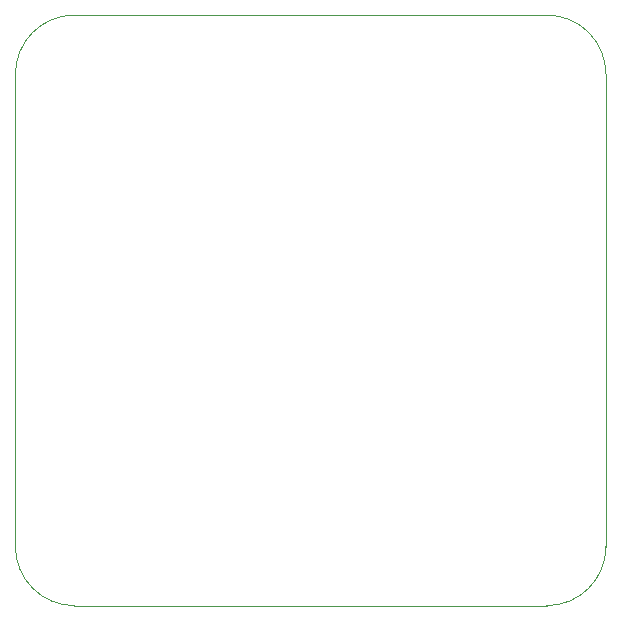
<source format=gbp>
G04*
G04 #@! TF.GenerationSoftware,Altium Limited,Altium Designer,20.2.7 (254)*
G04*
G04 Layer_Color=128*
%FSAX44Y44*%
%MOMM*%
G71*
G04*
G04 #@! TF.SameCoordinates,51ACB8CF-5D8B-4831-AD9A-68E97BBA3DB7*
G04*
G04*
G04 #@! TF.FilePolarity,Positive*
G04*
G01*
G75*
%ADD14C,0.1000*%
D14*
X01125000Y00925000D02*
G03*
X01175000Y00875000I00050000J00000000D01*
G01*
X01625000Y01325000D02*
G03*
X01575000Y01375000I-00050000J00000000D01*
G01*
Y00875000D02*
G03*
X01625000Y00925000I00000000J00050000D01*
G01*
X01175000Y01375000D02*
G03*
X01125000Y01325000I00000000J-00050000D01*
G01*
X01125000Y00925000D02*
X01125000Y01325000D01*
X01625000Y00925000D02*
Y01325000D01*
X01175000Y00875000D02*
X01575000Y00875000D01*
X01175000Y01375000D02*
X01575000D01*
M02*

</source>
